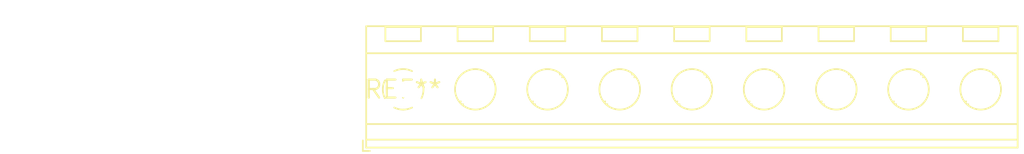
<source format=kicad_pcb>
(kicad_pcb (version 20240108) (generator pcbnew)
  (layers (0 "F.Cu" signal) (31 "B.Cu" signal) (34 "B.Paste" user) (35 "F.Paste" user) (36 "B.SilkS" user "B.Silkscreen") (37 "F.SilkS" user "F.Silkscreen") (38 "B.Mask" user) (39 "F.Mask" user) (44 "Edge.Cuts" user))
  (net 0 "")
  (footprint "TerminalBlock_RND_205-00239_1x09_P5.08mm_Horizontal" (layer "F.Cu") (at 0 0)
    (property "Reference" "REF**")
    (property "Value" "TerminalBlock_RND_205-00239_1x09_P5.08mm_Horizontal")
    (fp_line (start -2.84 3.61) (end -2.84 4.35) (layer "F.SilkS") (stroke (width 0.12)))
    (fp_line (start -2.84 4.35) (end -2.34 4.35) (layer "F.SilkS") (stroke (width 0.12)))
    (fp_line (start -2.6 -4.46) (end -2.6 4.11) (layer "F.SilkS") (stroke (width 0.12)))
    (fp_line (start -2.6 -4.46) (end 43.24 -4.46) (layer "F.SilkS") (stroke (width 0.12)))
    (fp_line (start -2.6 -2.55) (end 43.24 -2.55) (layer "F.SilkS") (stroke (width 0.12)))
    (fp_line (start -2.6 2.45) (end 43.24 2.45) (layer "F.SilkS") (stroke (width 0.12)))
    (fp_line (start -2.6 3.55) (end 43.24 3.55) (layer "F.SilkS") (stroke (width 0.12)))
    (fp_line (start -2.6 4.11) (end 43.24 4.11) (layer "F.SilkS") (stroke (width 0.12)))
    (fp_line (start -1.25 -4.4) (end -1.25 -3.4) (layer "F.SilkS") (stroke (width 0.12)))
    (fp_line (start -1.25 -4.4) (end 1.25 -4.4) (layer "F.SilkS") (stroke (width 0.12)))
    (fp_line (start -1.25 -3.4) (end 1.25 -3.4) (layer "F.SilkS") (stroke (width 0.12)))
    (fp_line (start 1.25 -4.4) (end 1.25 -3.4) (layer "F.SilkS") (stroke (width 0.12)))
    (fp_line (start 3.83 -4.4) (end 3.83 -3.4) (layer "F.SilkS") (stroke (width 0.12)))
    (fp_line (start 3.83 -4.4) (end 6.33 -4.4) (layer "F.SilkS") (stroke (width 0.12)))
    (fp_line (start 3.83 -3.4) (end 6.33 -3.4) (layer "F.SilkS") (stroke (width 0.12)))
    (fp_line (start 4.056 0.85) (end 3.996 0.91) (layer "F.SilkS") (stroke (width 0.12)))
    (fp_line (start 4.21 1.045) (end 4.17 1.085) (layer "F.SilkS") (stroke (width 0.12)))
    (fp_line (start 5.991 -1.085) (end 5.951 -1.045) (layer "F.SilkS") (stroke (width 0.12)))
    (fp_line (start 6.165 -0.91) (end 6.105 -0.851) (layer "F.SilkS") (stroke (width 0.12)))
    (fp_line (start 6.33 -4.4) (end 6.33 -3.4) (layer "F.SilkS") (stroke (width 0.12)))
    (fp_line (start 8.91 -4.4) (end 8.91 -3.4) (layer "F.SilkS") (stroke (width 0.12)))
    (fp_line (start 8.91 -4.4) (end 11.41 -4.4) (layer "F.SilkS") (stroke (width 0.12)))
    (fp_line (start 8.91 -3.4) (end 11.41 -3.4) (layer "F.SilkS") (stroke (width 0.12)))
    (fp_line (start 9.136 0.85) (end 9.076 0.91) (layer "F.SilkS") (stroke (width 0.12)))
    (fp_line (start 9.29 1.045) (end 9.25 1.085) (layer "F.SilkS") (stroke (width 0.12)))
    (fp_line (start 11.071 -1.085) (end 11.031 -1.045) (layer "F.SilkS") (stroke (width 0.12)))
    (fp_line (start 11.245 -0.91) (end 11.185 -0.851) (layer "F.SilkS") (stroke (width 0.12)))
    (fp_line (start 11.41 -4.4) (end 11.41 -3.4) (layer "F.SilkS") (stroke (width 0.12)))
    (fp_line (start 13.99 -4.4) (end 13.99 -3.4) (layer "F.SilkS") (stroke (width 0.12)))
    (fp_line (start 13.99 -4.4) (end 16.49 -4.4) (layer "F.SilkS") (stroke (width 0.12)))
    (fp_line (start 13.99 -3.4) (end 16.49 -3.4) (layer "F.SilkS") (stroke (width 0.12)))
    (fp_line (start 14.216 0.85) (end 14.156 0.91) (layer "F.SilkS") (stroke (width 0.12)))
    (fp_line (start 14.37 1.045) (end 14.33 1.085) (layer "F.SilkS") (stroke (width 0.12)))
    (fp_line (start 16.151 -1.085) (end 16.111 -1.045) (layer "F.SilkS") (stroke (width 0.12)))
    (fp_line (start 16.325 -0.91) (end 16.265 -0.851) (layer "F.SilkS") (stroke (width 0.12)))
    (fp_line (start 16.49 -4.4) (end 16.49 -3.4) (layer "F.SilkS") (stroke (width 0.12)))
    (fp_line (start 19.07 -4.4) (end 19.07 -3.4) (layer "F.SilkS") (stroke (width 0.12)))
    (fp_line (start 19.07 -4.4) (end 21.57 -4.4) (layer "F.SilkS") (stroke (width 0.12)))
    (fp_line (start 19.07 -3.4) (end 21.57 -3.4) (layer "F.SilkS") (stroke (width 0.12)))
    (fp_line (start 19.296 0.85) (end 19.236 0.91) (layer "F.SilkS") (stroke (width 0.12)))
    (fp_line (start 19.45 1.045) (end 19.41 1.085) (layer "F.SilkS") (stroke (width 0.12)))
    (fp_line (start 21.231 -1.085) (end 21.191 -1.045) (layer "F.SilkS") (stroke (width 0.12)))
    (fp_line (start 21.405 -0.91) (end 21.345 -0.851) (layer "F.SilkS") (stroke (width 0.12)))
    (fp_line (start 21.57 -4.4) (end 21.57 -3.4) (layer "F.SilkS") (stroke (width 0.12)))
    (fp_line (start 24.15 -4.4) (end 24.15 -3.4) (layer "F.SilkS") (stroke (width 0.12)))
    (fp_line (start 24.15 -4.4) (end 26.65 -4.4) (layer "F.SilkS") (stroke (width 0.12)))
    (fp_line (start 24.15 -3.4) (end 26.65 -3.4) (layer "F.SilkS") (stroke (width 0.12)))
    (fp_line (start 24.376 0.85) (end 24.316 0.91) (layer "F.SilkS") (stroke (width 0.12)))
    (fp_line (start 24.53 1.045) (end 24.49 1.085) (layer "F.SilkS") (stroke (width 0.12)))
    (fp_line (start 26.311 -1.085) (end 26.271 -1.045) (layer "F.SilkS") (stroke (width 0.12)))
    (fp_line (start 26.485 -0.91) (end 26.425 -0.851) (layer "F.SilkS") (stroke (width 0.12)))
    (fp_line (start 26.65 -4.4) (end 26.65 -3.4) (layer "F.SilkS") (stroke (width 0.12)))
    (fp_line (start 29.23 -4.4) (end 29.23 -3.4) (layer "F.SilkS") (stroke (width 0.12)))
    (fp_line (start 29.23 -4.4) (end 31.73 -4.4) (layer "F.SilkS") (stroke (width 0.12)))
    (fp_line (start 29.23 -3.4) (end 31.73 -3.4) (layer "F.SilkS") (stroke (width 0.12)))
    (fp_line (start 29.456 0.85) (end 29.396 0.91) (layer "F.SilkS") (stroke (width 0.12)))
    (fp_line (start 29.61 1.045) (end 29.57 1.085) (layer "F.SilkS") (stroke (width 0.12)))
    (fp_line (start 31.391 -1.085) (end 31.351 -1.045) (layer "F.SilkS") (stroke (width 0.12)))
    (fp_line (start 31.565 -0.91) (end 31.505 -0.851) (layer "F.SilkS") (stroke (width 0.12)))
    (fp_line (start 31.73 -4.4) (end 31.73 -3.4) (layer "F.SilkS") (stroke (width 0.12)))
    (fp_line (start 34.31 -4.4) (end 34.31 -3.4) (layer "F.SilkS") (stroke (width 0.12)))
    (fp_line (start 34.31 -4.4) (end 36.81 -4.4) (layer "F.SilkS") (stroke (width 0.12)))
    (fp_line (start 34.31 -3.4) (end 36.81 -3.4) (layer "F.SilkS") (stroke (width 0.12)))
    (fp_line (start 34.536 0.85) (end 34.476 0.91) (layer "F.SilkS") (stroke (width 0.12)))
    (fp_line (start 34.69 1.045) (end 34.65 1.085) (layer "F.SilkS") (stroke (width 0.12)))
    (fp_line (start 36.471 -1.085) (end 36.431 -1.045) (layer "F.SilkS") (stroke (width 0.12)))
    (fp_line (start 36.645 -0.91) (end 36.585 -0.851) (layer "F.SilkS") (stroke (width 0.12)))
    (fp_line (start 36.81 -4.4) (end 36.81 -3.4) (layer "F.SilkS") (stroke (width 0.12)))
    (fp_line (start 39.39 -4.4) (end 39.39 -3.4) (layer "F.SilkS") (stroke (width 0.12)))
    (fp_line (start 39.39 -4.4) (end 41.89 -4.4) (layer "F.SilkS") (stroke (width 0.12)))
    (fp_line (start 39.39 -3.4) (end 41.89 -3.4) (layer "F.SilkS") (stroke (width 0.12)))
    (fp_line (start 39.616 0.85) (end 39.556 0.91) (layer "F.SilkS") (stroke (width 0.12)))
    (fp_line (start 39.77 1.045) (end 39.73 1.085) (layer "F.SilkS") (stroke (width 0.12)))
    (fp_line (start 41.551 -1.085) (end 41.511 -1.045) (layer "F.SilkS") (stroke (width 0.12)))
    (fp_line (start 41.725 -0.91) (end 41.665 -0.851) (layer "F.SilkS") (stroke (width 0.12)))
    (fp_line (start 41.89 -4.4) (end 41.89 -3.4) (layer "F.SilkS") (stroke (width 0.12)))
    (fp_line (start 43.24 -4.46) (end 43.24 4.11) (layer "F.SilkS") (stroke (width 0.12)))
    (fp_arc (start -1.286611 0.626746) (mid -1.431146 -0.000697) (end -1.286 -0.628) (layer "F.SilkS") (stroke (width 0.12)))
    (fp_arc (start -0.627362 -1.285823) (mid -0.000201 -1.430707) (end 0.627 -1.286) (layer "F.SilkS") (stroke (width 0.12)))
    (fp_arc (start 0.02428 1.43094) (mid -0.310437 1.397071) (end -0.628 1.286) (layer "F.SilkS") (stroke (width 0.12)))
    (fp_arc (start 0.626871 1.285275) (mid 0.32168 1.393349) (end 0 1.43) (layer "F.SilkS") (stroke (width 0.12)))
    (fp_arc (start 1.285823 -0.627362) (mid 1.430707 -0.000201) (end 1.286 0.627) (layer "F.SilkS") (stroke (width 0.12)))
    (fp_circle (center 5.08 0) (end 6.51 0) (layer "F.SilkS") (stroke (width 0.12)) (fill none))
    (fp_circle (center 10.16 0) (end 11.59 0) (layer "F.SilkS") (stroke (width 0.12)) (fill none))
    (fp_circle (center 15.24 0) (end 16.67 0) (layer "F.SilkS") (stroke (width 0.12)) (fill none))
    (fp_circle (center 20.32 0) (end 21.75 0) (layer "F.SilkS") (stroke (width 0.12)) (fill none))
    (fp_circle (center 25.4 0) (end 26.83 0) (layer "F.SilkS") (stroke (width 0.12)) (fill none))
    (fp_circle (center 30.48 0) (end 31.91 0) (layer "F.SilkS") (stroke (width 0.12)) (fill none))
    (fp_circle (center 35.56 0) (end 36.99 0) (layer "F.SilkS") (stroke (width 0.12)) (fill none))
    (fp_circle (center 40.64 0) (end 42.07 0) (layer "F.SilkS") (stroke (width 0.12)) (fill none))
    (pad "1" thru_hole rect (at 0 0) (size 2.1 2.1) (drill 1.1) (layers *.Cu *.Mask) (remove_unused_layers))
    (pad "2" thru_hole circle (at 5.08 0) (size 2.1 2.1) (drill 1.1) (layers *.Cu *.Mask) (remove_unused_layers))
    (pad "3" thru_hole circle (at 10.16 0) (size 2.1 2.1) (drill 1.1) (layers *.Cu *.Mask) (remove_unused_layers))
    (pad "4" thru_hole circle (at 15.24 0) (size 2.1 2.1) (drill 1.1) (layers *.Cu *.Mask) (remove_unused_layers))
    (pad "5" thru_hole circle (at 20.32 0) (size 2.1 2.1) (drill 1.1) (layers *.Cu *.Mask) (remove_unused_layers))
    (pad "6" thru_hole circle (at 25.4 0) (size 2.1 2.1) (drill 1.1) (layers *.Cu *.Mask) (remove_unused_layers))
    (pad "7" thru_hole circle (at 30.48 0) (size 2.1 2.1) (drill 1.1) (layers *.Cu *.Mask) (remove_unused_layers))
    (pad "8" thru_hole circle (at 35.56 0) (size 2.1 2.1) (drill 1.1) (layers *.Cu *.Mask) (remove_unused_layers))
    (pad "9" thru_hole circle (at 40.64 0) (size 2.1 2.1) (drill 1.1) (layers *.Cu *.Mask) (remove_unused_layers))
  )
)
</source>
